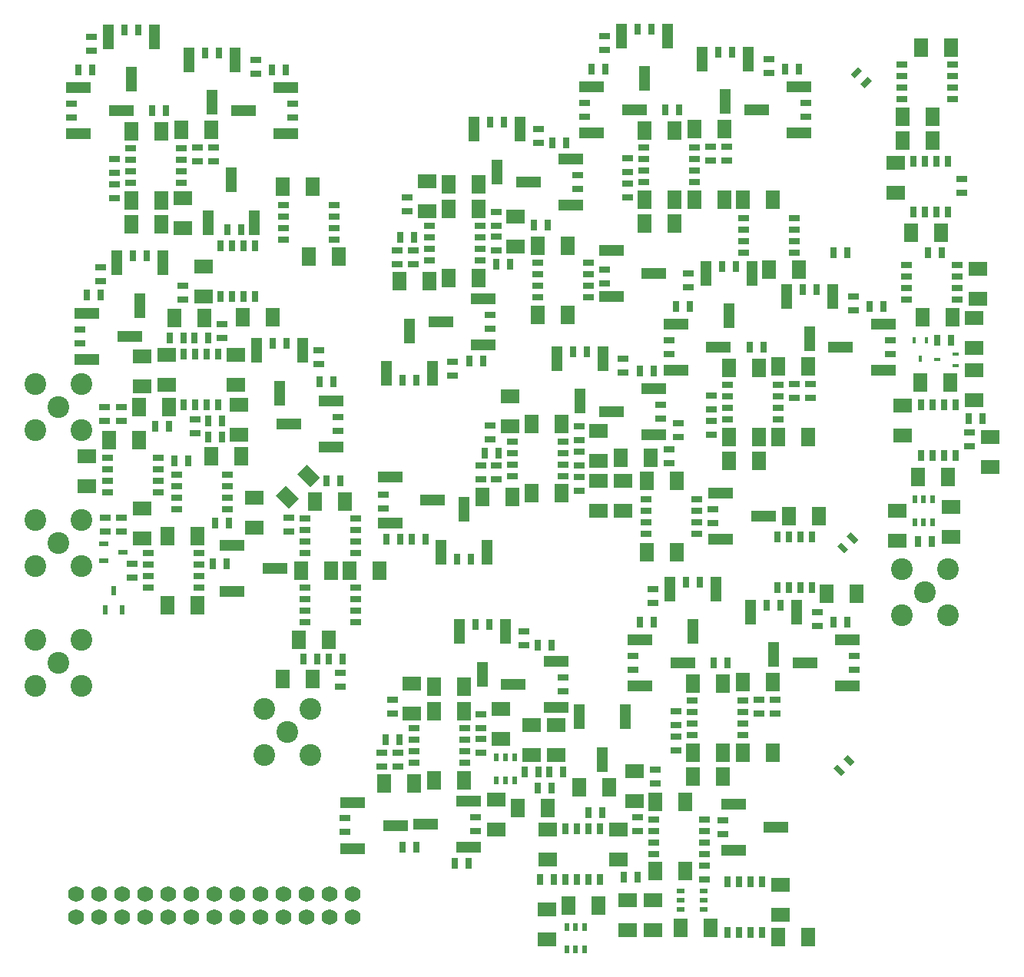
<source format=gts>
G04 (created by PCBNEW (2013-may-18)-stable) date 2014年05月08日 星期四 12时33分24秒*
%MOIN*%
G04 Gerber Fmt 3.4, Leading zero omitted, Abs format*
%FSLAX34Y34*%
G01*
G70*
G90*
G04 APERTURE LIST*
%ADD10C,0.00590551*%
%ADD11C,0.0693*%
%ADD12R,0.02X0.038*%
%ADD13R,0.038X0.02*%
%ADD14R,0.0236X0.0394*%
%ADD15R,0.0394X0.0236*%
%ADD16R,0.05X0.025*%
%ADD17R,0.025X0.05*%
%ADD18R,0.08X0.06*%
%ADD19R,0.06X0.08*%
%ADD20R,0.025X0.045*%
%ADD21R,0.045X0.025*%
%ADD22R,0.028X0.018*%
%ADD23R,0.018X0.028*%
%ADD24R,0.05X0.11*%
%ADD25R,0.11X0.05*%
%ADD26C,0.0944882*%
G04 APERTURE END LIST*
G54D10*
G54D11*
X49500Y-59125D03*
X49500Y-60125D03*
X46500Y-59125D03*
X46500Y-60125D03*
X45500Y-59125D03*
X45500Y-60125D03*
X37500Y-60125D03*
X37500Y-59125D03*
X38500Y-60125D03*
X38500Y-59125D03*
X39500Y-60125D03*
X39500Y-59125D03*
X40500Y-60125D03*
X40500Y-59125D03*
X41500Y-60125D03*
X41500Y-59125D03*
X42500Y-60125D03*
X42500Y-59125D03*
X43500Y-60125D03*
X43500Y-59125D03*
X44500Y-60125D03*
X44500Y-59125D03*
X47500Y-60125D03*
X47500Y-59125D03*
X48500Y-60125D03*
X48500Y-59125D03*
G54D12*
X74665Y-41985D03*
X74275Y-41985D03*
X73885Y-41985D03*
X73885Y-42965D03*
X74275Y-42965D03*
X74665Y-42965D03*
X58785Y-61515D03*
X59175Y-61515D03*
X59565Y-61515D03*
X59565Y-60535D03*
X59175Y-60535D03*
X58785Y-60535D03*
G54D13*
X63735Y-58985D03*
X63735Y-59375D03*
X63735Y-59765D03*
X64715Y-59765D03*
X64715Y-59375D03*
X64715Y-58985D03*
G54D12*
X55735Y-54165D03*
X56125Y-54165D03*
X56515Y-54165D03*
X56515Y-53185D03*
X56125Y-53185D03*
X55735Y-53185D03*
G54D14*
X38750Y-46791D03*
X39125Y-45959D03*
X39500Y-46791D03*
G54D15*
X38709Y-43900D03*
X39541Y-44275D03*
X38709Y-44650D03*
G54D16*
X42050Y-28249D03*
X42050Y-27749D03*
X42050Y-27249D03*
X42050Y-26749D03*
X39850Y-26749D03*
X39850Y-27249D03*
X39850Y-27749D03*
X39850Y-28249D03*
G54D17*
X60225Y-56275D03*
X59725Y-56275D03*
X59225Y-56275D03*
X58725Y-56275D03*
X58725Y-58475D03*
X59225Y-58475D03*
X59725Y-58475D03*
X60225Y-58475D03*
G54D16*
X62575Y-55875D03*
X62575Y-56375D03*
X62575Y-56875D03*
X62575Y-57375D03*
X64775Y-57375D03*
X64775Y-56875D03*
X64775Y-56375D03*
X64775Y-55875D03*
X56425Y-39475D03*
X56425Y-39975D03*
X56425Y-40475D03*
X56425Y-40975D03*
X58625Y-40975D03*
X58625Y-40475D03*
X58625Y-39975D03*
X58625Y-39475D03*
X40625Y-44325D03*
X40625Y-44825D03*
X40625Y-45325D03*
X40625Y-45825D03*
X42825Y-45825D03*
X42825Y-45325D03*
X42825Y-44825D03*
X42825Y-44325D03*
X52175Y-51925D03*
X52175Y-52425D03*
X52175Y-52925D03*
X52175Y-53425D03*
X54375Y-53425D03*
X54375Y-52925D03*
X54375Y-52425D03*
X54375Y-51925D03*
X47425Y-42825D03*
X47425Y-43325D03*
X47425Y-43825D03*
X47425Y-44325D03*
X49625Y-44325D03*
X49625Y-43825D03*
X49625Y-43325D03*
X49625Y-42825D03*
G54D17*
X75325Y-27325D03*
X74825Y-27325D03*
X74325Y-27325D03*
X73825Y-27325D03*
X73825Y-29525D03*
X74325Y-29525D03*
X74825Y-29525D03*
X75325Y-29525D03*
G54D16*
X48700Y-30700D03*
X48700Y-30200D03*
X48700Y-29700D03*
X48700Y-29200D03*
X46500Y-29200D03*
X46500Y-29700D03*
X46500Y-30200D03*
X46500Y-30700D03*
X47425Y-45825D03*
X47425Y-46325D03*
X47425Y-46825D03*
X47425Y-47325D03*
X49625Y-47325D03*
X49625Y-46825D03*
X49625Y-46325D03*
X49625Y-45825D03*
G54D17*
X43775Y-33175D03*
X44275Y-33175D03*
X44775Y-33175D03*
X45275Y-33175D03*
X45275Y-30975D03*
X44775Y-30975D03*
X44275Y-30975D03*
X43775Y-30975D03*
G54D16*
X67975Y-38525D03*
X67975Y-38025D03*
X67975Y-37525D03*
X67975Y-37025D03*
X65775Y-37025D03*
X65775Y-37525D03*
X65775Y-38025D03*
X65775Y-38525D03*
G54D17*
X42175Y-37875D03*
X42675Y-37875D03*
X43175Y-37875D03*
X43675Y-37875D03*
X43675Y-35675D03*
X43175Y-35675D03*
X42675Y-35675D03*
X42175Y-35675D03*
X67925Y-45825D03*
X68425Y-45825D03*
X68925Y-45825D03*
X69425Y-45825D03*
X69425Y-43625D03*
X68925Y-43625D03*
X68425Y-43625D03*
X67925Y-43625D03*
X65775Y-60775D03*
X66275Y-60775D03*
X66775Y-60775D03*
X67275Y-60775D03*
X67275Y-58575D03*
X66775Y-58575D03*
X66275Y-58575D03*
X65775Y-58575D03*
G54D16*
X68675Y-31275D03*
X68675Y-30775D03*
X68675Y-30275D03*
X68675Y-29775D03*
X66475Y-29775D03*
X66475Y-30275D03*
X66475Y-30775D03*
X66475Y-31275D03*
X41875Y-40925D03*
X41875Y-41425D03*
X41875Y-41925D03*
X41875Y-42425D03*
X44075Y-42425D03*
X44075Y-41925D03*
X44075Y-41425D03*
X44075Y-40925D03*
X66425Y-52225D03*
X66425Y-51725D03*
X66425Y-51225D03*
X66425Y-50725D03*
X64225Y-50725D03*
X64225Y-51225D03*
X64225Y-51725D03*
X64225Y-52225D03*
X41075Y-41675D03*
X41075Y-41175D03*
X41075Y-40675D03*
X41075Y-40175D03*
X38875Y-40175D03*
X38875Y-40675D03*
X38875Y-41175D03*
X38875Y-41675D03*
X57525Y-31725D03*
X57525Y-32225D03*
X57525Y-32725D03*
X57525Y-33225D03*
X59725Y-33225D03*
X59725Y-32725D03*
X59725Y-32225D03*
X59725Y-31725D03*
X73325Y-23125D03*
X73325Y-23625D03*
X73325Y-24125D03*
X73325Y-24625D03*
X75525Y-24625D03*
X75525Y-24125D03*
X75525Y-23625D03*
X75525Y-23125D03*
X62225Y-41975D03*
X62225Y-42475D03*
X62225Y-42975D03*
X62225Y-43475D03*
X64425Y-43475D03*
X64425Y-42975D03*
X64425Y-42475D03*
X64425Y-41975D03*
G54D17*
X75675Y-37875D03*
X75175Y-37875D03*
X74675Y-37875D03*
X74175Y-37875D03*
X74175Y-40075D03*
X74675Y-40075D03*
X75175Y-40075D03*
X75675Y-40075D03*
G54D16*
X64325Y-28225D03*
X64325Y-27725D03*
X64325Y-27225D03*
X64325Y-26725D03*
X62125Y-26725D03*
X62125Y-27225D03*
X62125Y-27725D03*
X62125Y-28225D03*
X75725Y-33325D03*
X75725Y-32825D03*
X75725Y-32325D03*
X75725Y-31825D03*
X73525Y-31825D03*
X73525Y-32325D03*
X73525Y-32825D03*
X73525Y-33325D03*
X52825Y-30125D03*
X52825Y-30625D03*
X52825Y-31125D03*
X52825Y-31625D03*
X55025Y-31625D03*
X55025Y-31125D03*
X55025Y-30625D03*
X55025Y-30125D03*
G54D18*
X40375Y-43675D03*
X40375Y-42375D03*
G54D19*
X54325Y-50125D03*
X53025Y-50125D03*
X51525Y-32525D03*
X52825Y-32525D03*
G54D18*
X37975Y-40125D03*
X37975Y-41425D03*
G54D19*
X40225Y-39425D03*
X38925Y-39425D03*
X50875Y-54325D03*
X52175Y-54325D03*
X62175Y-30025D03*
X63475Y-30025D03*
G54D18*
X52075Y-51275D03*
X52075Y-49975D03*
G54D19*
X64275Y-52975D03*
X65575Y-52975D03*
X65575Y-49975D03*
X64275Y-49975D03*
X43375Y-40125D03*
X44675Y-40125D03*
X66425Y-52975D03*
X67725Y-52975D03*
G54D18*
X45225Y-43225D03*
X45225Y-41925D03*
G54D19*
X54975Y-28325D03*
X53675Y-28325D03*
X65625Y-25925D03*
X64325Y-25925D03*
X64275Y-54025D03*
X65575Y-54025D03*
X41525Y-37975D03*
X40225Y-37975D03*
X63475Y-25975D03*
X62175Y-25975D03*
X57975Y-55375D03*
X56675Y-55375D03*
G54D18*
X61725Y-55075D03*
X61725Y-53775D03*
X40375Y-35775D03*
X40375Y-37075D03*
X57275Y-53075D03*
X57275Y-51775D03*
X58325Y-53075D03*
X58325Y-51775D03*
G54D19*
X62175Y-28975D03*
X63475Y-28975D03*
G54D18*
X61425Y-60675D03*
X61425Y-59375D03*
X43025Y-31875D03*
X43025Y-33175D03*
X44425Y-37025D03*
X44425Y-35725D03*
X41425Y-35725D03*
X41425Y-37025D03*
G54D19*
X64325Y-28975D03*
X65625Y-28975D03*
X54325Y-51175D03*
X53025Y-51175D03*
X53025Y-54175D03*
X54325Y-54175D03*
X43075Y-34125D03*
X41775Y-34125D03*
X44725Y-34075D03*
X46025Y-34075D03*
X58825Y-33975D03*
X57525Y-33975D03*
X49375Y-45075D03*
X50675Y-45075D03*
X47275Y-45075D03*
X48575Y-45075D03*
X49175Y-42075D03*
X47875Y-42075D03*
G54D10*
G36*
X47513Y-40470D02*
X48079Y-41036D01*
X47655Y-41460D01*
X47089Y-40894D01*
X47513Y-40470D01*
X47513Y-40470D01*
G37*
G36*
X46594Y-41389D02*
X47160Y-41955D01*
X46736Y-42379D01*
X46170Y-41813D01*
X46594Y-41389D01*
X46594Y-41389D01*
G37*
G54D19*
X58825Y-30975D03*
X57525Y-30975D03*
X48475Y-48075D03*
X47175Y-48075D03*
X58875Y-59625D03*
X60175Y-59625D03*
G54D18*
X57925Y-59775D03*
X57925Y-61075D03*
G54D19*
X42775Y-43575D03*
X41475Y-43575D03*
X41475Y-46575D03*
X42775Y-46575D03*
G54D18*
X55725Y-56325D03*
X55725Y-55025D03*
G54D19*
X67725Y-28975D03*
X66425Y-28975D03*
G54D18*
X68075Y-60025D03*
X68075Y-58725D03*
G54D19*
X67975Y-60975D03*
X69275Y-60975D03*
G54D18*
X52725Y-29475D03*
X52725Y-28175D03*
G54D19*
X67725Y-49925D03*
X66425Y-49925D03*
X53675Y-32375D03*
X54975Y-32375D03*
G54D18*
X55925Y-52375D03*
X55925Y-51075D03*
G54D19*
X68875Y-32025D03*
X67575Y-32025D03*
X65025Y-60575D03*
X63725Y-60575D03*
G54D18*
X62525Y-60675D03*
X62525Y-59375D03*
G54D19*
X54975Y-29375D03*
X53675Y-29375D03*
X69725Y-42725D03*
X68425Y-42725D03*
X70075Y-46075D03*
X71375Y-46075D03*
X47775Y-49775D03*
X46475Y-49775D03*
G54D18*
X56575Y-31025D03*
X56575Y-29725D03*
G54D19*
X58575Y-38725D03*
X57275Y-38725D03*
X57275Y-41725D03*
X58575Y-41725D03*
G54D18*
X56325Y-38825D03*
X56325Y-37525D03*
G54D19*
X74675Y-26425D03*
X73375Y-26425D03*
G54D18*
X73375Y-39225D03*
X73375Y-37925D03*
G54D19*
X75325Y-41025D03*
X74025Y-41025D03*
G54D18*
X73075Y-28675D03*
X73075Y-27375D03*
G54D19*
X75025Y-30425D03*
X73725Y-30425D03*
G54D18*
X60175Y-39025D03*
X60175Y-40325D03*
G54D19*
X48900Y-31450D03*
X47600Y-31450D03*
X47750Y-28399D03*
X46450Y-28399D03*
G54D18*
X77175Y-40575D03*
X77175Y-39275D03*
G54D19*
X55125Y-41875D03*
X56425Y-41875D03*
X65825Y-39275D03*
X67125Y-39275D03*
X67125Y-36275D03*
X65825Y-36275D03*
X67975Y-39275D03*
X69275Y-39275D03*
X65825Y-40325D03*
X67125Y-40325D03*
X43350Y-25950D03*
X42050Y-25950D03*
G54D18*
X75475Y-43625D03*
X75475Y-42325D03*
X73125Y-42475D03*
X73125Y-43775D03*
G54D19*
X75525Y-34075D03*
X74225Y-34075D03*
G54D18*
X76625Y-31975D03*
X76625Y-33275D03*
G54D19*
X75475Y-22375D03*
X74175Y-22375D03*
G54D18*
X61025Y-57625D03*
X61025Y-56325D03*
G54D19*
X73375Y-25375D03*
X74675Y-25375D03*
G54D18*
X60175Y-41175D03*
X60175Y-42475D03*
X76475Y-36375D03*
X76475Y-37675D03*
G54D19*
X63575Y-41175D03*
X62275Y-41175D03*
X63575Y-44275D03*
X62275Y-44275D03*
G54D18*
X61225Y-42475D03*
X61225Y-41175D03*
G54D19*
X74125Y-36925D03*
X75425Y-36925D03*
X61125Y-40175D03*
X62425Y-40175D03*
G54D18*
X76475Y-34125D03*
X76475Y-35425D03*
G54D19*
X60625Y-54475D03*
X59325Y-54475D03*
G54D18*
X44575Y-39175D03*
X44575Y-37875D03*
G54D19*
X39900Y-30050D03*
X41200Y-30050D03*
X41200Y-25999D03*
X39900Y-25999D03*
X39900Y-28999D03*
X41200Y-28999D03*
G54D18*
X42125Y-28925D03*
X42125Y-30225D03*
G54D19*
X63925Y-55125D03*
X62625Y-55125D03*
X69275Y-36225D03*
X67975Y-36225D03*
X63925Y-58125D03*
X62625Y-58125D03*
G54D18*
X57975Y-57625D03*
X57975Y-56325D03*
G54D20*
X40575Y-31425D03*
X39975Y-31425D03*
X76825Y-38475D03*
X76225Y-38475D03*
X40925Y-38825D03*
X41525Y-38825D03*
X42175Y-34975D03*
X41575Y-34975D03*
X42625Y-34975D03*
X43225Y-34975D03*
G54D21*
X43450Y-26699D03*
X43450Y-27299D03*
G54D20*
X65375Y-22575D03*
X65975Y-22575D03*
X51575Y-30625D03*
X52175Y-30625D03*
X62475Y-21575D03*
X61875Y-21575D03*
X46625Y-35225D03*
X46025Y-35225D03*
G54D21*
X60425Y-22475D03*
X60425Y-21875D03*
G54D20*
X60475Y-23325D03*
X59875Y-23325D03*
G54D21*
X48025Y-35525D03*
X48025Y-36125D03*
X59575Y-25375D03*
X59575Y-24775D03*
X69175Y-25375D03*
X69175Y-24775D03*
G54D20*
X68275Y-23325D03*
X68875Y-23325D03*
G54D21*
X67575Y-23475D03*
X67575Y-22875D03*
X38575Y-32525D03*
X38575Y-31925D03*
X48875Y-38425D03*
X48875Y-39025D03*
G54D20*
X48675Y-36875D03*
X48075Y-36875D03*
G54D21*
X37675Y-35225D03*
X37675Y-34625D03*
X76275Y-39075D03*
X76275Y-39675D03*
G54D20*
X38575Y-33125D03*
X37975Y-33125D03*
G54D21*
X37300Y-25399D03*
X37300Y-24799D03*
X39475Y-38575D03*
X39475Y-37975D03*
X38725Y-37975D03*
X38725Y-38575D03*
X39475Y-42775D03*
X39475Y-43375D03*
X48975Y-49525D03*
X48975Y-50125D03*
X46900Y-25399D03*
X46900Y-24799D03*
X38775Y-43375D03*
X38775Y-42775D03*
G54D20*
X43525Y-43025D03*
X44125Y-43025D03*
X42375Y-40325D03*
X41775Y-40325D03*
X46000Y-23350D03*
X46600Y-23350D03*
X43100Y-22599D03*
X43700Y-22599D03*
G54D21*
X46725Y-43375D03*
X46725Y-42775D03*
X42750Y-27299D03*
X42750Y-26699D03*
G54D20*
X43425Y-44775D03*
X44025Y-44775D03*
G54D21*
X45300Y-23499D03*
X45300Y-22899D03*
X39150Y-27799D03*
X39150Y-27199D03*
X39150Y-28299D03*
X39150Y-28899D03*
G54D20*
X43225Y-38575D03*
X43825Y-38575D03*
X74475Y-31275D03*
X75075Y-31275D03*
X43825Y-39275D03*
X43225Y-39275D03*
G54D21*
X75925Y-28075D03*
X75925Y-28675D03*
G54D20*
X48375Y-41175D03*
X48975Y-41175D03*
X75475Y-35075D03*
X74875Y-35075D03*
X41400Y-25099D03*
X40800Y-25099D03*
X44675Y-30275D03*
X44075Y-30275D03*
G54D21*
X42125Y-33325D03*
X42125Y-32725D03*
G54D20*
X40200Y-21599D03*
X39600Y-21599D03*
G54D21*
X43825Y-34975D03*
X43825Y-34375D03*
G54D20*
X48475Y-48925D03*
X49075Y-48925D03*
X47975Y-48925D03*
X47375Y-48925D03*
G54D21*
X38150Y-22499D03*
X38150Y-21899D03*
G54D20*
X38200Y-23350D03*
X37600Y-23350D03*
G54D21*
X56925Y-48325D03*
X56925Y-47725D03*
X62625Y-54325D03*
X62625Y-53725D03*
G54D20*
X51575Y-43725D03*
X50975Y-43725D03*
X58025Y-53825D03*
X58625Y-53825D03*
X57625Y-58475D03*
X58225Y-58475D03*
G54D21*
X50825Y-41775D03*
X50825Y-42375D03*
G54D20*
X63675Y-25075D03*
X63075Y-25075D03*
G54D21*
X64775Y-57875D03*
X64775Y-58475D03*
G54D20*
X61275Y-58375D03*
X61875Y-58375D03*
G54D21*
X50775Y-53575D03*
X50775Y-52975D03*
X51475Y-52975D03*
X51475Y-53575D03*
X55075Y-52375D03*
X55075Y-52975D03*
X55075Y-51925D03*
X55075Y-51325D03*
X51225Y-50675D03*
X51225Y-51275D03*
X58625Y-50325D03*
X58625Y-49725D03*
G54D20*
X57525Y-48325D03*
X58125Y-48325D03*
X57525Y-54525D03*
X58125Y-54525D03*
X59075Y-35575D03*
X59675Y-35575D03*
X54825Y-47425D03*
X55425Y-47425D03*
G54D21*
X61225Y-36475D03*
X61225Y-35875D03*
G54D20*
X61975Y-36425D03*
X62575Y-36425D03*
G54D21*
X49175Y-55825D03*
X49175Y-56425D03*
G54D20*
X52275Y-57075D03*
X51675Y-57075D03*
X53925Y-57775D03*
X54525Y-57775D03*
G54D21*
X54825Y-55775D03*
X54825Y-56375D03*
X67825Y-50675D03*
X67825Y-51275D03*
X67125Y-51275D03*
X67125Y-50675D03*
X63525Y-51775D03*
X63525Y-51175D03*
G54D20*
X65775Y-49075D03*
X65175Y-49075D03*
G54D21*
X62875Y-38475D03*
X62875Y-37875D03*
G54D20*
X64575Y-45575D03*
X63975Y-45575D03*
X64125Y-33625D03*
X63525Y-33625D03*
G54D21*
X63225Y-35675D03*
X63225Y-35075D03*
X64075Y-32775D03*
X64075Y-32175D03*
G54D20*
X66125Y-31875D03*
X65525Y-31875D03*
G54D21*
X72825Y-35675D03*
X72825Y-35075D03*
G54D20*
X71925Y-33625D03*
X72525Y-33625D03*
G54D21*
X71225Y-33775D03*
X71225Y-33175D03*
G54D20*
X69025Y-32875D03*
X69625Y-32875D03*
X67325Y-35375D03*
X66725Y-35375D03*
G54D21*
X65075Y-38575D03*
X65075Y-39175D03*
X63525Y-52275D03*
X63525Y-52875D03*
X65075Y-38075D03*
X65075Y-37475D03*
X68675Y-37575D03*
X68675Y-36975D03*
G54D20*
X56975Y-53825D03*
X57575Y-53825D03*
G54D21*
X65575Y-56525D03*
X65575Y-55925D03*
X69375Y-36975D03*
X69375Y-37575D03*
X61875Y-56375D03*
X61875Y-55775D03*
G54D20*
X59725Y-55575D03*
X60325Y-55575D03*
X54625Y-44575D03*
X54025Y-44575D03*
X52075Y-43725D03*
X52675Y-43725D03*
G54D21*
X57575Y-26525D03*
X57575Y-25925D03*
G54D20*
X57375Y-30075D03*
X57975Y-30075D03*
G54D21*
X60425Y-32625D03*
X60425Y-32025D03*
X63225Y-39825D03*
X63225Y-40425D03*
X51425Y-31775D03*
X51425Y-31175D03*
X52125Y-31175D03*
X52125Y-31775D03*
X55725Y-30575D03*
X55725Y-31175D03*
X65125Y-43025D03*
X65125Y-42425D03*
X55725Y-30125D03*
X55725Y-29525D03*
X51875Y-28875D03*
X51875Y-29475D03*
X63625Y-38675D03*
X63625Y-39275D03*
X59325Y-41025D03*
X59325Y-41625D03*
G54D20*
X74625Y-43825D03*
X74025Y-43825D03*
G54D10*
G36*
X71115Y-23533D02*
X71433Y-23215D01*
X71610Y-23392D01*
X71292Y-23710D01*
X71115Y-23533D01*
X71115Y-23533D01*
G37*
G36*
X71539Y-23957D02*
X71857Y-23639D01*
X72034Y-23816D01*
X71716Y-24134D01*
X71539Y-23957D01*
X71539Y-23957D01*
G37*
G54D21*
X59275Y-28525D03*
X59275Y-27925D03*
G54D20*
X58175Y-26525D03*
X58775Y-26525D03*
X62575Y-47325D03*
X61975Y-47325D03*
X55475Y-25625D03*
X56075Y-25625D03*
G54D21*
X42675Y-38525D03*
X42675Y-39125D03*
G54D10*
G36*
X70683Y-53984D02*
X70365Y-53666D01*
X70542Y-53489D01*
X70860Y-53807D01*
X70683Y-53984D01*
X70683Y-53984D01*
G37*
G36*
X71107Y-53560D02*
X70789Y-53242D01*
X70966Y-53065D01*
X71284Y-53383D01*
X71107Y-53560D01*
X71107Y-53560D01*
G37*
G54D20*
X51675Y-36825D03*
X52275Y-36825D03*
G54D21*
X53825Y-36025D03*
X53825Y-36625D03*
G54D10*
G36*
X70833Y-44334D02*
X70515Y-44016D01*
X70692Y-43839D01*
X71010Y-44157D01*
X70833Y-44334D01*
X70833Y-44334D01*
G37*
G36*
X71257Y-43910D02*
X70939Y-43592D01*
X71116Y-43415D01*
X71434Y-43733D01*
X71257Y-43910D01*
X71257Y-43910D01*
G37*
G54D20*
X70375Y-31275D03*
X70975Y-31275D03*
X54575Y-35975D03*
X55175Y-35975D03*
G54D21*
X55475Y-33975D03*
X55475Y-34575D03*
X65725Y-26675D03*
X65725Y-27275D03*
X65025Y-27275D03*
X65025Y-26675D03*
X61425Y-27775D03*
X61425Y-27175D03*
G54D20*
X50925Y-52425D03*
X51525Y-52425D03*
X55225Y-39975D03*
X55825Y-39975D03*
G54D21*
X61425Y-28275D03*
X61425Y-28875D03*
X59325Y-39425D03*
X59325Y-38825D03*
X62525Y-46475D03*
X62525Y-45875D03*
X61675Y-49375D03*
X61675Y-48775D03*
X55475Y-38775D03*
X55475Y-39375D03*
X71275Y-49375D03*
X71275Y-48775D03*
G54D20*
X70375Y-47325D03*
X70975Y-47325D03*
G54D21*
X69675Y-47475D03*
X69675Y-46875D03*
G54D20*
X67475Y-46575D03*
X68075Y-46575D03*
X55725Y-31775D03*
X56325Y-31775D03*
G54D21*
X59325Y-39925D03*
X59325Y-40525D03*
X39925Y-44775D03*
X39925Y-45375D03*
X55075Y-41125D03*
X55075Y-40525D03*
X55725Y-40525D03*
X55725Y-41125D03*
G54D22*
X75675Y-36185D03*
X75675Y-35665D03*
X74875Y-35925D03*
G54D23*
X74385Y-35075D03*
X73865Y-35075D03*
X74125Y-35875D03*
G54D24*
X54325Y-42425D03*
X53325Y-44275D03*
X55325Y-44275D03*
G54D25*
X65375Y-35375D03*
X63525Y-34375D03*
X63525Y-36375D03*
X52975Y-42025D03*
X51125Y-41025D03*
X51125Y-43025D03*
G54D24*
X65825Y-34025D03*
X66825Y-32175D03*
X64825Y-32175D03*
G54D25*
X67325Y-42725D03*
X65475Y-41725D03*
X65475Y-43725D03*
G54D24*
X40275Y-33575D03*
X41275Y-31725D03*
X39275Y-31725D03*
G54D25*
X60725Y-38175D03*
X62575Y-39175D03*
X62575Y-37175D03*
G54D24*
X59375Y-37725D03*
X60375Y-35875D03*
X58375Y-35875D03*
G54D25*
X63825Y-49075D03*
X61975Y-48075D03*
X61975Y-50075D03*
X69125Y-49075D03*
X70975Y-50075D03*
X70975Y-48075D03*
G54D24*
X67775Y-48725D03*
X68775Y-46875D03*
X66775Y-46875D03*
G54D25*
X46125Y-44975D03*
X44275Y-43975D03*
X44275Y-45975D03*
X62575Y-32175D03*
X60725Y-31175D03*
X60725Y-33175D03*
X57125Y-28225D03*
X58975Y-29225D03*
X58975Y-27225D03*
G54D24*
X55775Y-27775D03*
X56775Y-25925D03*
X54775Y-25925D03*
X51975Y-34675D03*
X50975Y-36525D03*
X52975Y-36525D03*
G54D25*
X53325Y-34275D03*
X55175Y-35275D03*
X55175Y-33275D03*
G54D24*
X65675Y-24725D03*
X66675Y-22875D03*
X64675Y-22875D03*
G54D25*
X67025Y-25075D03*
X68875Y-26075D03*
X68875Y-24075D03*
X61725Y-25075D03*
X59875Y-24075D03*
X59875Y-26075D03*
G54D24*
X62175Y-23725D03*
X63175Y-21875D03*
X61175Y-21875D03*
G54D25*
X52675Y-56075D03*
X54525Y-57075D03*
X54525Y-55075D03*
X70675Y-35375D03*
X72525Y-36375D03*
X72525Y-34375D03*
G54D24*
X69325Y-35025D03*
X70325Y-33175D03*
X68325Y-33175D03*
X43400Y-24750D03*
X44400Y-22900D03*
X42400Y-22900D03*
G54D25*
X44750Y-25099D03*
X46600Y-26099D03*
X46600Y-24099D03*
X39450Y-25099D03*
X37600Y-24099D03*
X37600Y-26099D03*
G54D24*
X39900Y-23750D03*
X40900Y-21900D03*
X38900Y-21900D03*
G54D25*
X67875Y-56225D03*
X66025Y-55225D03*
X66025Y-57225D03*
X46725Y-38725D03*
X48575Y-39725D03*
X48575Y-37725D03*
G54D24*
X46325Y-37375D03*
X47325Y-35525D03*
X45325Y-35525D03*
X60325Y-53275D03*
X61325Y-51425D03*
X59325Y-51425D03*
G54D25*
X39825Y-34925D03*
X37975Y-33925D03*
X37975Y-35925D03*
X56475Y-50025D03*
X58325Y-51025D03*
X58325Y-49025D03*
G54D24*
X55125Y-49575D03*
X56125Y-47725D03*
X54125Y-47725D03*
X44225Y-28125D03*
X43225Y-29975D03*
X45225Y-29975D03*
G54D25*
X51350Y-56150D03*
X49500Y-55150D03*
X49500Y-57150D03*
G54D24*
X64275Y-47725D03*
X65275Y-45875D03*
X63275Y-45875D03*
G54D26*
X36725Y-49075D03*
X35725Y-48075D03*
X37725Y-48075D03*
X37725Y-50075D03*
X35725Y-50075D03*
X36725Y-43875D03*
X35725Y-42875D03*
X37725Y-42875D03*
X37725Y-44875D03*
X35725Y-44875D03*
X36725Y-37975D03*
X35725Y-36975D03*
X37725Y-36975D03*
X37725Y-38975D03*
X35725Y-38975D03*
X46675Y-52075D03*
X47675Y-51075D03*
X47675Y-53075D03*
X45675Y-53075D03*
X45675Y-51075D03*
X74325Y-46025D03*
X73325Y-45025D03*
X75325Y-45025D03*
X75325Y-47025D03*
X73325Y-47025D03*
M02*

</source>
